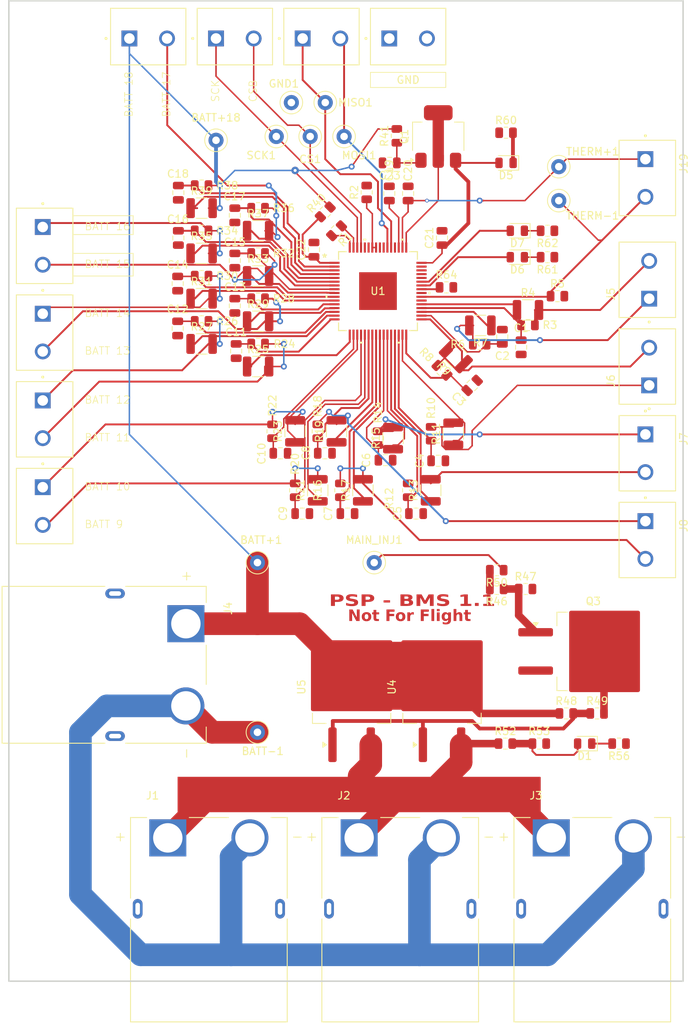
<source format=kicad_pcb>
(kicad_pcb (version 20241229) (generator "pcbnew") (generator_version "9.0")
  (layers (0 "F.Cu" signal) (2 "B.Cu" signal) (13 "F.Paste" user) (15 "B.Paste" user) (5 "F.SilkS" user "F.Silkscreen") (7 "B.SilkS" user "B.Silkscreen") (1 "F.Mask" user) (3 "B.Mask" user) (25 "Edge.Cuts" user))
  (net 0 "")
  (net 1 "GND")
  (net 2 "/C1")
  (net 3 "/C2")
  (net 4 "/C3")
  (net 5 "/C4")
  (net 6 "/C5")
  (net 7 "/C6")
  (net 8 "/C7")
  (net 9 "/C8")
  (net 10 "/C9")
  (net 11 "/C10")
  (net 12 "/C11")
  (net 13 "/C12")
  (net 14 "/C13")
  (net 15 "/C14")
  (net 16 "/C15")
  (net 17 "/C16")
  (net 18 "/C17")
  (net 19 "/C18")
  (net 20 "Net-(U1-VREF1)")
  (net 21 "/VREG")
  (net 22 "Net-(U1-V+)")
  (net 23 "Net-(Q1-C)")
  (net 24 "/CSB")
  (net 25 "Net-(MAIN_INJ1-Pad1)")
  (net 26 "/MISO")
  (net 27 "/MOSI")
  (net 28 "/DRIVE")
  (net 29 "/IPB")
  (net 30 "/IMB")
  (net 31 "Net-(U1-IBIAS)")
  (net 32 "/S1")
  (net 33 "/S2")
  (net 34 "/S3")
  (net 35 "/S4")
  (net 36 "/S5")
  (net 37 "/S6")
  (net 38 "/S7")
  (net 39 "/S8")
  (net 40 "/S9")
  (net 41 "/S10")
  (net 42 "/S11")
  (net 43 "/S12")
  (net 44 "/S13")
  (net 45 "/S14")
  (net 46 "/S15")
  (net 47 "/S16")
  (net 48 "/S17")
  (net 49 "/BATT+")
  (net 50 "/S18")
  (net 51 "/SCK")
  (net 52 "/LED_2")
  (net 54 "/MAIN_1")
  (net 56 "/LED_1")
  (net 60 "/PRE_1")
  (net 63 "Net-(Q3-G)")
  (net 64 "Net-(Q3-D)")
  (net 65 "Net-(D6-K)")
  (net 66 "Net-(D7-K)")
  (net 67 "Net-(R46-Pad2)")
  (net 68 "Net-(U4-G)")
  (net 69 "Net-(D1-A)")
  (net 70 "Net-(D1-K)")
  (net 71 "Net-(D5-K)")
  (net 72 "/BATT-")
  (net 73 "/ESC+")
  (net 74 "/BATT+1")
  (net 75 "/BATT+2")
  (net 76 "/BATT+3")
  (net 77 "/BATT+4")
  (net 78 "/BATT+5")
  (net 79 "/BATT+6")
  (net 80 "/BATT+7")
  (net 81 "/BATT+8")
  (net 82 "/BATT+9")
  (net 83 "/BATT+10")
  (net 84 "/BATT+11")
  (net 85 "/BATT+12")
  (net 86 "/BATT+13")
  (net 87 "/BATT+14")
  (net 88 "/BATT+15")
  (net 89 "/BATT+16")
  (net 90 "/BATT+17")
  (net 91 "Net-(J19-Pin_1)")
  (net 92 "Net-(J19-Pin_2)")
  (footprint "Resistor_SMD:R_0805_2012Metric" (layer "F.Cu") (at 94 115 -90)
    (property "Reference" "R14")
    (property "Value" "100")
  )
  (footprint "TestPoint:TestPoint_Loop_D1.80mm_Drill1.0mm_Beaded" (layer "F.Cu") (at 93.5 131.5)
    (property "Reference" "MAIN_INJ1")
    (property "Value" "Injection Pad")
  )
  (footprint "Capacitor_SMD:C_0805_2012Metric" (layer "F.Cu") (at 86.95 117)
    (property "Reference" "C8")
    (property "Value" "100nF")
  )
  (footprint "Resistor_SMD:R_0805_2012Metric" (layer "F.Cu") (at 78.0875 90.5 180)
    (property "Reference" "R32")
    (property "Value" "100")
  )
  (footprint "TestPoint:TestPoint_Loop_D1.80mm_Drill1.0mm_Beaded" (layer "F.Cu") (at 87 70.5)
    (property "Reference" "MISO1")
    (property "Value" "Pad")
  )
  (footprint "Resistor_SMD:R_1210_3225Metric" (layer "F.Cu") (at 113.9125 98)
    (property "Reference" "R4")
    (property "Value" "33")
  )
  (footprint "Resistor_SMD:R_0805_2012Metric" (layer "F.Cu") (at 113.5875 135)
    (property "Reference" "R47")
    (property "Value" "10000")
  )
  (footprint "Resistor_SMD:R_0805_2012Metric" (layer "F.Cu") (at 98 121.9125 -90)
    (property "Reference" "R12")
    (property "Value" "100")
  )
  (footprint "Resistor_SMD:R_0805_2012Metric" (layer "F.Cu") (at 88.5 87.5 -135)
    (property "Reference" "R1")
    (property "Value" "100")
  )
  (footprint "Resistor_SMD:R_1210_3225Metric" (layer "F.Cu") (at 78.0875 87.5)
    (property "Reference" "R37")
    (property "Value" "33")
  )
  (footprint "Resistor_SMD:R_0805_2012Metric" (layer "F.Cu") (at 110.9125 155.5)
    (property "Reference" "R52")
    (property "Value" "10K")
  )
  (footprint "Capacitor_SMD:C_0805_2012Metric" (layer "F.Cu") (at 89.95 125)
    (property "Reference" "C7")
    (property "Value" "100nF")
  )
  (footprint "Resistor_SMD:R_0805_2012Metric" (layer "F.Cu") (at 115.4125 155.5)
    (property "Reference" "R53")
    (property "Value" "2400")
  )
  (footprint "TestPoint:TestPoint_Loop_D1.80mm_Drill1.0mm_Beaded" (layer "F.Cu") (at 80.5 75)
    (property "Reference" "SCK1")
    (property "Value" "Pad")
  )
  (footprint "Resistor_SMD:R_0805_2012Metric" (layer "F.Cu") (at 96.5 74.9125 90)
    (property "Reference" "R41")
    (property "Value" "100")
  )
  (footprint "Capacitor_SMD:C_0805_2012Metric" (layer "F.Cu") (at 102.5 88.45 90)
    (property "Reference" "C21")
    (property "Value" "1uF")
  )
  (footprint "Resistor_SMD:R_0805_2012Metric" (layer "F.Cu") (at 87 85 45)
    (property "Reference" "R40")
    (property "Value" "100")
  )
  (footprint "Resistor_SMD:R_1210_3225Metric" (layer "F.Cu") (at 78.0875 105.5)
    (property "Reference" "R25")
    (property "Value" "33")
  )
  (footprint "KF301-2P:HANDSON_KF301-2P" (layer "F.Cu") (at 49.5 89.5 -90)
    (property "Reference" "J12" (hide yes))
    (property "Value" "Screw_Terminal_01x02")
  )
  (footprint "Resistor_SMD:R_0805_2012Metric" (layer "F.Cu") (at 102.5 106 -45)
    (property "Reference" "R8")
    (property "Value" "100")
  )
  (footprint "Resistor_SMD:R_1210_3225Metric" (layer "F.Cu") (at 101 121.9125 90)
    (property "Reference" "R13")
    (property "Value" "33")
  )
  (footprint "TestPoint:TestPoint_Loop_D1.80mm_Drill1.0mm_Beaded" (layer "F.Cu") (at 118 79)
    (property "Reference" "THERM+1")
    (property "Value" "Pad")
  )
  (footprint "TestPoint:TestPoint_Loop_D1.80mm_Drill1.0mm_Beaded" (layer "F.Cu") (at 85 75)
    (property "Reference" "CS1")
    (property "Value" "Pad")
  )
  (footprint "Resistor_SMD:R_0805_2012Metric" (layer "F.Cu") (at 113.9125 100 180)
    (property "Reference" "R3")
    (property "Value" "100")
  )
  (footprint "Capacitor_SMD:C_0805_2012Metric" (layer "F.Cu") (at 106.5 108 45)
    (property "Reference" "C3")
    (property "Value" "100nF")
  )
  (footprint "Resistor_SMD:R_1210_3225Metric" (layer "F.Cu") (at 86 121.9125 90)
    (property "Reference" "R21")
    (property "Value" "33")
  )
  (footprint "Capacitor_SMD:C_0805_2012Metric" (layer "F.Cu") (at 67.5 88.45 -90)
    (property "Reference" "C16")
    (property "Value" "100nF")
  )
  (footprint "Capacitor_SMD:C_0805_2012Metric" (layer "F.Cu") (at 75 97.45 -90)
    (property "Reference" "C13")
    (property "Value" "100nF")
  )
  (footprint "XT90PW-M(1):AMASS_XT90PW-M" (layer "F.Cu") (at 96.95 177.4)
    (property "Reference" "J2")
    (property "Value" "XT90PW-M")
  )
  (footprint "Resistor_SMD:R_0805_2012Metric" (layer "F.Cu") (at 78.0875 84.5 180)
    (property "Reference" "R36")
    (property "Value" "100")
  )
  (footprint "Resistor_SMD:R_0805_2012Metric" (layer "F.Cu") (at 109.7625 135 180)
    (property "Reference" "R46")
    (property "Value" "100")
  )
  (footprint "Capacitor_SMD:C_0805_2012Metric" (layer "F.Cu") (at 99.05 125)
    (property "Reference" "C5")
    (property "Value" "100nF")
  )
  (footprint "Capacitor_SMD:C_0805_2012Metric" (layer "F.Cu") (at 85.5 90 90)
    (property "Reference" "C22")
    (property "Value" "100nF")
  )
  (footprint "Capacitor_SMD:C_0805_2012Metric" (layer "F.Cu") (at 81.05 117)
    (property "Reference" "C10")
    (property "Value" "100nF")
  )
  (footprint "Resistor_SMD:R_0805_2012Metric" (layer "F.Cu") (at 119 151.5)
    (property "Reference" "R48")
    (property "Value" "1K")
  )
  (footprint "TestPoint:TestPoint_Loop_D1.80mm_Drill1.0mm_Beaded" (layer "F.Cu") (at 89.5 75)
    (property "Reference" "MOSI1")
    (property "Value" "Pad")
  )
  (footprint "Resistor_SMD:R_0805_2012Metric" (layer "F.Cu") (at 78.0875 102.5 180)
    (property "Reference" "R24")
    (property "Value" "100")
  )
  (footprint "Capacitor_SMD:C_0805_2012Metric" (layer "F.Cu") (at 95.550001 78.5 180)
    (property "Reference" "C23")
    (property "Value" "10nF")
  )
  (footprint "Resistor_SMD:R_0805_2012Metric" (layer "F.Cu") (at 101.05 114.4125 -90)
    (property "Reference" "R10")
    (property "Value" "100")
  )
  (footprint "Resistor_SMD:R_0805_2012Metric" (layer "F.Cu") (at 89 121.9125 -90)
    (property "Reference" "R16")
    (property "Value" "100")
  )
  (footprint "KF301-2P:HANDSON_KF301-2P" (layer "F.Cu") (at 98 62)
    (property "Reference" "J18" (hide yes))
    (property "Value" "GND")
  )
  (footprint "KF301-2P:HANDSON_KF301-2P" (layer "F.Cu") (at 49.5 101 -90)
    (property "Reference" "J11" (hide yes))
    (property "Value" "Screw_Terminal_01x02")
  )
  (footprint "KF301-2P:HANDSON_KF301-2P" (layer "F.Cu") (at 86.5 62)
    (property "Reference" "J14" (hide yes))
    (property "Value" "SIG1")
  )
  (footprint "Resistor_SMD:R_0805_2012Metric" (layer "F.Cu") (at 70.5875 93.5 180)
    (property "Reference" "R30")
    (property "Value" "100")
  )
  (footprint "Resistor_SMD:R_0805_2012Metric" (layer "F.Cu") (at 116.5 87.5 180)
    (property "Reference" "R62")
    (property "Value" "100")
  )
  (footprint "KF301-2P:HANDSON_KF301-2P" (layer "F.Cu") (at 63.5 62)
    (property "Reference" "J13" (hide yes))
    (property "Value" "Screw_Terminal_01x02")
  )
  (footprint "Resistor_SMD:R_0805_2012Metric" (layer "F.Cu") (at 126 155.5 180)
    (property "Reference" "R56")
    (property "Value" "100")
  )
  (footprint "LED_SMD:LED_0805_2012Metric" (layer "F.Cu") (at 111 78.5 180)
    (property "Reference" "D5")
    (property "Value" "ON")
  )
  (footprint "Resistor_SMD:R_1210_3225Metric" (layer "F.Cu") (at 92 121.9125 90)
    (property "Reference" "R17")
    (property "Value" "33")
  )
  (footprint "Resistor_SMD:R_0805_2012Metric" (layer "F.Cu") (at 86 114.0875 -90)
    (property "Reference" "R18")
    (property "Value" "100")
  )
  (footprint "Capacitor_SMD:C_0805_2012Metric" (layer "F.Cu") (at 67.4125 94.5 -90)
    (property "Reference" "C14")
    (property "Value" "100nF")
  )
  (footprint "TestPoint:TestPoint_Loop_D1.80mm_Drill1.0mm_Beaded" (layer "F.Cu") (at 82.5 70.5)
    (property "Reference" "GND1")
    (property "Value" "Pad")
  )
  (footprint "Resistor_SMD:R_0805_2012Metric" (layer "F.Cu") (at 123.0875 151.5)
    (property "Reference" "R49")
    (property "Value" "3K")
  )
  (footprint "Capacitor_SMD:C_0805_2012Metric" (layer "F.Cu") (at 67.5 82.45 -90)
    (property "Reference" "C18")
    (property "Value" "100nF")
  )
  (footprint "Resistor_SMD:R_1210_3225Metric" (layer "F.Cu") (at 70.5875 96.5)
    (property "Reference" "R31")
    (property "Value" "33")
  )
  (footprint "Resistor_SMD:R_1210_3225Metric" (layer "F.Cu") (at 78.0875 99.5)
    (property "Reference" "R29")
    (property "Value" "33")
  )
  (footprint "Capacitor_SMD:C_0805_2012Metric" (layer "F.Cu") (at 75 91.45 -90)
    (property "Reference" "C15")
    (property "Value" "100nF")
  )
  (footprint "KF301-2P:HANDSON_KF301-2P" (layer "F.Cu") (at 130 94 90)
    (property "Reference" "J5")
    (property "Value" "Screw_Terminal_01x02")
  )
  (footprint "Resistor_SMD:R_0805_2012Metric" (layer "F.Cu") (at 109.7625 132.5 180)
    (property "Reference" "R50")
    (property "Value" "0")
  )
  (footprint "KF301-2P:HANDSON_KF301-2P" (layer "F.Cu") (at 129.5 128.5 -90)
    (property "Reference" "J8")
    (property "Value" "Screw_Terminal_01x02")
  )
  (footprint "KF301-2P:HANDSON_KF301-2P" (layer "F.Cu") (at 129.5 80.5 -90)
    (property "Reference" "J19")
    (property "Value" "THERM")
  )
  (footprint "Resistor_SMD:R_0805_2012Metric" (layer "F.Cu") (at 107.5 102.55)
    (property "Reference" "R6")
    (property "Value" "100")
  )
  (footprint "Resistor_SMD:R_0805_2012Metric" (layer "F.Cu") (at 83 121.9125 -90)
    (property "Reference" "R20")
    (property "Value" "100")
  )
  (footprint "Resistor_SMD:R_0805_2012Metric" (layer "F.Cu") (at 78.0875 96.5 180)
    (property "Reference" "R28")
    (property "Value" "100")
  )
  (footprint "Resistor_SMD:R_0805_2012Metric" (layer "F.Cu") (at 117.822725 96.169837)
    (property "Reference" "R5")
    (property "Value" "10000")
  )
  (footprint "LED_SMD:LED_0805_2012Metric" (layer "F.Cu") (at 121.437501 155.5 180)
    (property "Reference" "D1")
    (property "Value" "MAIN_OPEN")
  )
  (footprint "Resistor_SMD:R_1210_3225Metric" (layer "F.Cu") (at 70.5875 90.5)
    (property "Reference" "R35")
    (property "Value" "33")
  )
  (footprint "Resistor_SMD:R_1210_3225Metric" (layer "F.Cu") (at 88.5 114.0875 90)
    (property "Reference" "R19")
    (property "Value" "33")
  )
  (footprint "Capacitor_SMD:C_0805_2012Metric" (layer "F.Cu") (at 95.5 82.55 90)
    (property "Reference" "C19")
    (property "Value" "1uF")
  )
  (footprint "KF301-2P:HANDSON_KF301-2P" (layer "F.Cu") (at 49.5 124 -90)
    (property "Reference" "J9" (hide yes))
    (property "Value" "Screw_Terminal_01x02")
  )
  (footprint "Resistor_SMD:R_1210_3225Metric" (layer "F.Cu") (at 83 114.0875 90)
    (property "Reference" "R23")
    (property "Value" "33")
  )
  (footprint "TestPoint:TestPoint_Loop_D1.80mm_Drill1.0mm_Beaded" (layer "F.Cu") (at 78 131.5)
    (property "Reference" "BATT+1")
    (property "Value" "TEST PAD")
  )
  (footprint "Resistor_SMD:R_0805_2012Metric" (layer "F.Cu") (at 80 114.0875 -90)
    (property "Reference" "R22")
    (property "Value" "100")
  )
  (footprint "Resistor_SMD:R_1210_3225Metric" (layer "F.Cu") (at 104 114.4125 90)
    (property "Reference" "R11")
    (property "Value" "33")
  )
  (footprint "Package_TO_SOT_SMD:TO-263-2" (layer "F.Cu") (at 102.5 148 90)
    (property "Reference" "U4")
    (property "Value" "SQM120P10_10M1LGE3")
  )
  (footprint "Resistor_SMD:R_1210_3225Metric" (layer "F.Cu") (at 78.0875 93.5)
    (property "Reference" "R33")
    (property "Value" "33")
  )
  (footprint "XT90PW-M(1):AMASS_XT90PW-M" (layer "F.Cu") (at 71.55 177.4)
    (property "Reference" "J1")
    (property "Value" "XT90PW-M")
  )
  (footprint "Package_TO_SOT_SMD:TO-263-2" (layer "F.Cu") (at 90.5 148 90)
    (property "Reference" "U5")
    (property "Value" "SQM120P10_10M1LGE3")
  )
  (footprint "Resistor_SMD:R_1210_3225Metric" (layer "F.Cu") (at 96 115 90)
    (property "Reference" "R15")
    (property "Value" "33")
  )
  (footprint "TestPoint:TestPoint_Loop_D1.80mm_Drill1.0mm_Beaded" (layer "F.Cu") (at 118 83.5)
    (property "Reference" "THERM-1")
    (property "Value" "Pad")
  )
  (footprint "KF301-2P:HANDSON_KF301-2P" (layer "F.Cu") (at 75 62)
    (property "Reference" "J17" (hide yes))
    (property "Value" "SIG2")
  )
  (footprint "Resistor_SMD:R_0805_2012Metric" (layer "F.Cu") (at 92.5 82.4125 90)
    (property "Reference" "R2")
    (property "Value" "20000")
  )
  (footprint "KF301-2P:HANDSON_KF301-2P" (layer "F.Cu") (at 49.5 112.5 -90)
    (property "Reference" "J10" (hide yes))
    (property "Value" "Screw_Terminal_01x02")
  )
  (footprint "Resistor_SMD:R_0805_2012Metric" (layer "F.Cu") (at 116.5 91 180)
    (property "Reference" "R61")
    (property "Value" "100")
  )
  (footprint "TestPoint:TestPoint_Loop_D1.80mm_Drill1.0mm_Beaded" (layer "F.Cu") (at 72.5 75.5 180)
    (property "Reference" "BATT+18")
    (property "Value" "Pad" (hide yes))
  )
  (footprint "XT90PW-M(1):AMASS_XT90PW-M" (layer "F.Cu") (at 122.45 177.4)
    (property "Reference" "J3")
    (property "Value" "XT90PW-M")
  )
  (footprint "Capacitor_SMD:C_0805_2012Metric" (layer "F.Cu") (at 95 117.9125)
    (property "Reference" "C6")
    (property "Value" "100nF")
  )
  (footprint "LED_SMD:LED_0805_2012Metric" (layer "F.Cu") (at 112.5 87.5 180)
    (property "Reference" "D7")
    (property "Value" "GPIO LED")
  )
  (footprint "Capacitor_SMD:C_0805_2012Metric" (layer "F.Cu") (at 110.5 101.55 90)
    (property "Reference" "C2")
    (property "Value" "100nF")
  )
  (footprint "Resistor_SMD:R_1210_3225Metric" (layer "F.Cu") (at 70.5875 84.5)
    (property "Reference" "R39")
    (property "Value" "33")
  )
  (footprint "Capacitor_SMD:C_0805_2012Metric" (layer "F.Cu") (at 75 85.45 -90)
    (property "Reference" "C17")
    (property "Value" "100nF")
  )
  (footprint "Capacitor_SMD:C_0805_2012Metric" (layer "F.Cu") (at 75.175 103.45 -90)
    (property "Reference" "C11")
    (property "Value" "100nF")
  )
  (footprint "KF301-2P:HANDSON_KF301-2P" (layer "F.Cu") (at 129.5 117 -90)
    (property "Reference" "J7")
    (property "Value" "Screw_Terminal_01x02")
  )
  (footprint "footprints:SW-64-2_ADI" (layer "F.Cu") (at 94 95.5)
    (property "Reference" "U1")
    (property "Value" "ADBMS1818ASWZ")
  )
  (footprint "Resistor_SMD:R_0805_2012Metric" (layer "F.Cu") (at 111 74.5)
    (property "Reference" "R60")
    (property "Value" "100")
  )
  (footprint "Capacitor_SMD:C_0805_2012Metric" (layer "F.Cu") (at 102 118)
    (property "Reference" "C4")
    (property "Value" "100nF")
  )
  (footprint "KF301-2P:HANDSON_KF301-2P" (layer "F.Cu") (at 130 105.5 90)
    (property "Reference" "J6")
    (property "Value" "Screw_Terminal_01x02")
  )
  (footprint "Resistor_SMD:R_0805_2012Metric" (layer "F.Cu") (at 70.5875 99.5 180)
    (property "Reference" "R26")
    (property "Value" "100")
  )
  (footprint "Capacitor_SMD:C_0805_2012Metric" (layer "F.Cu") (at 83.95 125)
    (property "Reference" "C9")
    (property "Value" "100nF")
  )
  (footprint "Capacitor_SMD:C_0805_2012Metric" (layer "F.Cu") (at 98 82.55 90)
    (property "Reference" "C20")
    (property "Value" "1uF")
  )
  (footprint "LED_SMD:LED_0805_2012Metric" (layer "F.Cu") (at 112.5 91 180)
    (property "Reference" "D6")
    (property "Value" "GPIO LED")
  )
  (footprint "Resistor_SMD:R_0805_2012Metric" (layer "F.Cu") (at 70.5875 87.5 180)
    (property "Reference" "R34")
    (property "Value" "100")
  )
  (footprint "TestPoint:TestPoint_Loop_D1.80mm_Drill1.0mm_Beaded" (layer "F.Cu") (at 78 154)
    (property "Reference" "BATT-1")
    (property "Value" "TEST PAD")
  )
  (footprint "Capacitor_SMD:C_0805_2012Metric" (layer "F.Cu") (at 113 102.949999 -90)
    (property "Reference" "C1")
    (property "Value" "100nF")
  )
  (footprint "Resistor_SMD:R_1210_3225Metric" (layer "F.Cu") (at 104.337157 104.151367 135)
    (property "Reference" "R9")
    (property "Value" "33")
  )
  (footprint "Capacitor_SMD:C_0805_2012Metric" (layer "F.Cu") (at 67.4125 100.45 -90)
    (property "Reference" "C12")
    (property "Value" "100nF")
  )
  (footprint "Package_TO_SOT_SMD:SOT-223-3_TabPin2" (layer "F.Cu") (at 102 75 90)
    (property "Reference" "Q1")
    (property "Value" "NPN")
  )
  (footprint "Package_TO_SOT_SMD:TO-263-2" (layer "F.Cu") (at 122.575 143.275)
    (property "Reference" "Q3")
    (property "Value" "IPB031N08N5")
  )
  (footprint "Resistor_SMD:R_0805_2012Metric" (layer "F.Cu") (at 103.0875 95)
    (property "Reference" "R64")
    (property "Value" "0")
  )
  (footprint "Resistor_SMD:R_1210_3225Metric" (layer "F.Cu") (at 107.5875 100.05 180)
    (property "Reference" "R7")
    (property "Value" "33")
  )
  (footprint "Resistor_SMD:R_0805_2012Metric" (layer "F.Cu") (at 70.5875 81.5 180)
    (property "Reference" "R38")
    (property "Value" "100")
  )
  (footprint "Resistor_SMD:R_1210_3225Metric" (layer "F.Cu") (at 70.5875 102.5)
    (property "Reference" "R27")
    (property "Value" "33")
  )
  (footprint "XT90PW-M(1):AMASS_XT90PW-M" (layer "F.Cu") (at 59.1 145.05 -90)
    (property "Reference" "J4")
    (property "Value" "XT90PW-M")
  )
  (gr_rect (start 67.5 160) (end 115.5 164.5) (stroke (width 0.2)) (fill yes) (layers "F.Cu" "F.Mask") (net 73))
  (gr_line (start 103 68.5) (end 93 68.5) (stroke (width 0.1)) (layer "F.SilkS"))
  (gr_line (start 93 66.5) (end 103 66.5) (stroke (width 0.1)) (layer "F.SilkS"))
  (gr_line (start 61.5 90.5) (end 61.5 93.5) (stroke (width 0.1)) (layer "F.SilkS"))
  (gr_line (start 61.5 88) (end 61.5 85.5) (stroke (width 0.1)) (layer "F.SilkS"))
  (gr_line (start 61.5 85.5) (end 53.5 85.5) (stroke (width 0.1)) (layer "F.SilkS"))
  (gr_line (start 53.5 85.5) (end 53.5 88) (stroke (width 0.1)) (layer "F.SilkS"))
  (gr_line (start 53.5 88) (end 61.5 88) (stroke (width 0.1)) (layer "F.SilkS"))
  (gr_line (start 103 66.5) (end 103 68.5) (stroke (width 0.1)) (layer "F.SilkS"))
  (gr_line (start 53.5 90.5) (end 61.5 90.5) (stroke (width 0.1)) (layer "F.SilkS"))
  (gr_line (start 61.5 93.5) (end 53.5 93.5) (stroke (width 0.1)) (layer "F.SilkS"))
  (gr_line (start 93 68.5) (end 93 66.5) (stroke (width 0.1)) (layer "F.SilkS"))
  (gr_rect (start 45 57) (end 134.5 187) (stroke (width 0.2)) (fill no) (layer "Edge.Cuts"))
  (gr_text "PSP - BMS 1.1\n" (at 87.5 137.5 0) (layer "F.Cu") (effects (font (size 1.5 2) (thickness 0.3) (bold yes) (italic yes)) (justify left bottom)))
  (gr_text "Not For Flight" (at 90 139.5 0) (layer "F.Cu") (effects (font (size 1.5 1.5) (thickness 0.3) (bold yes)) (justify left bottom)))
  (gr_text "BATT 9" (at 55 127 0) (layer "F.SilkS") (effects (font (size 1 1) (thickness 0.1)) (justify left bottom)))
  (gr_text "BATT 11" (at 55 115.5 0) (layer "F.SilkS") (effects (font (size 1 1) (thickness 0.1)) (justify left bottom)))
  (gr_text "BATT 12" (at 55 110.5 0) (layer "F.SilkS") (effects (font (size 1 1) (thickness 0.1)) (justify left bottom)))
  (gr_text "BATT 17" (at 66.5 72.5 90) (layer "F.SilkS") (effects (font (size 1 1) (thickness 0.1)) (justify left bottom)))
  (gr_text "BATT 15" (at 55 92.5 0) (layer "F.SilkS") (effects (font (size 1 1) (thickness 0.1)) (justify left bottom)))
  (gr_text "BATT 18" (at 61.5 72.5 90) (layer "F.SilkS") (effects (font (size 1 1) (thickness 0.1)) (justify left bottom)))
  (gr_text "BATT 10" (at 55 122 0) (layer "F.SilkS") (effects (font (size 1 1) (thickness 0.1)) (justify left bottom)))
  (gr_text "GND" (at 98 67.5 0) (layer "F.SilkS") (effects (font (size 1 1))))
  (gr_text "BATT 14" (at 55 99 0) (layer "F.SilkS") (effects (font (size 1 1) (thickness 0.1)) (justify left bottom)))
  (gr_text "SCK" (at 73 70.5 90) (layer "F.SilkS") (effects (font (size 1 1) (thickness 0.1)) (justify left bottom)))
  (gr_text "CSB\n" (at 78 70.5 90) (layer "F.SilkS") (effects (font (size 1 1) (thickness 0.1)) (justify left bottom)))
  (gr_text "BATT 16" (at 55 87.5 0) (layer "F.SilkS") (effects (font (size 1 1) (thickness 0.1)) (justify left bottom)))
  (gr_text "BATT 13" (at 55 104 0) (layer "F.SilkS") (effects (font (size 1 1) (thickness 0.1)) (justify left bottom)))
  (segment (start 113 100) (end 110.750001 97.750001) (width 0.25) (layer "F.Cu") (net 2))
  (segment (start 113 102) (end 113 100) (width 0.2) (layer "F.Cu") (net 2))
  (segment (start 110.750001 97.750001) (end 99.7785 97.750001) (width 0.25) (layer "F.Cu") (net 2))
  (segment (start 101.037685 98.750001) (end 99.7785 98.750001) (width 0.2) (layer "F.Cu") (net 3))
  (segment (start 108.4625 102.5) (end 108.4125 102.55) (width 0.2) (layer "F.Cu") (net 3))
  (segment (start 108.4125 102.55) (end 107.4115 103.551) (width 0.2) (layer "F.Cu") (net 3))
  (segment (start 105.838684 103.551) (end 101.037685 98.750001) (width 0.2) (layer "F.Cu") (net 3))
  (segment (start 107.4115 103.551) (end 105.838684 103.551) (width 0.2) (layer "F.Cu") (net 3))
  (segment (start 110.5 102.5) (end 108.4625 102.5) (width 0.2) (layer "F.Cu") (net 3))
  (segment (start 102.558237 107) (end 102.913002 106.645235) (width 0.25) (layer "F.Cu") (net 4))
  (segment (start 105.636217 108.671751) (end 103.609701 106.645235) (width 0.2) (layer "F.Cu") (net 4))
  (segment (start 103.609701 106.645235) (end 103.145235 106.645235) (width 0.2) (layer "F.Cu") (net 4))
  (segment (start 105.828249 108.671751) (end 105.636217 108.671751) (width 0.2) (layer "F.Cu") (net 4))
  (segment (start 97.75 101.2785) (end 97.75 103.75) (width 0.25) (layer "F.Cu") (net 4))
  (segment (start 97.75 103.75) (end 101 107) (width 0.25) (layer "F.Cu") (net 4))
  (segment (start 101 107) (end 102.558237 107) (width 0.25) (layer "F.Cu") (net 4))
  (segment (start 102.913002 106.645235) (end 103.145235 106.645235) (width 0.25) (layer "F.Cu") (net 4))
  (segment (start 101.05 115.325) (end 101.05 115.27438) (width 0.25) (layer "F.Cu") (net 5))
  (segment (start 96.75 110.97438) (end 96.75 101.2785) (width 0.25) (layer "F.Cu") (net 5))
  (segment (start 101.05 118) (end 101.05 115.325) (width 0.2) (layer "F.Cu") (net 5))
  (segment (start 101.05 115.27438) (end 96.75 110.97438) (width 0.25) (layer "F.Cu") (net 5))
  (segment (start 98 122.825) (end 98 124.9) (width 0.2) (layer "F.Cu") (net 6))
  (segment (start 97.5 122.825) (end 98.473826 122.825) (width 0.25) (layer "F.Cu") (net 6))
  (segment (start 99.212923 122.085903) (end 99.212923 114.712923) (width 0.25) (layer "F.Cu") (net 6))
  (segment (start 99.212923 114.712923) (end 95.749999 111.249999) (width 0.25) (layer "F.Cu") (net 6))
  (segment (start 98.473826 122.825) (end 99.212923 122.085903) (width 0.25) (layer "F.Cu") (net 6))
  (segment (start 98 124.9) (end 98.1 125) (width 0.2) (layer "F.Cu") (net 6))
  (segment (start 95.749999 111.249999) (end 95.749999 101.2785) (width 0.25) (layer "F.Cu") (net 6))
  (segment (start 92.5 115) (end 92.5 113.604397) (width 0.2) (layer "F.Cu") (net 7))
  (segment (start 92.5 113.604397) (end 94.750001 111.354396) (width 0.2) (layer "F.Cu") (net 7))
  (segment (start 94.750001 111.354396) (end 94.750001 101.2785) (width 0.2) (layer "F.Cu") (net 7))
  (segment (start 94 115.9125) (end 93.4125 115.9125) (width 0.2) (layer "F.Cu") (net 7))
  (segment (start 94.05 117.9125) (end 94.05 115.9625) (width 0.2) (layer "F.Cu") (net 7))
  (segment (start 94.05 115.55) (end 94 115.6) (width 0.2) (layer "F.Cu") (net 7))
  (segment (start 94 115.6) (end 94 115.9125) (width 0.2) (layer "F.Cu") (net 7))
  (segment (start 93.4125 115.9125) (end 92.5 115) (width 0.2) (layer "F.Cu") (net 7))
  (segment (start 90.227177 114.135013) (end 93.75 110.61219) (width 0.25) (layer "F.Cu") (net 8))
  (segment (start 89 122.825) (end 89 125) (width 0.25) (layer "F.Cu") (net 8))
  (segment (start 93.75 110.61219) (end 93.75 101.2785) (width 0.25) (layer "F.Cu") (net 8))
  (segment (start 89 122.825) (end 90.227177 121.597823) (width 0.25) (layer "F.Cu") (net 8))
  (segment (start 90.227177 121.597823) (end 90.227177 114.135013) (width 0.25) (layer "F.Cu") (net 8))
  (segment (start 87.026 113.974) (end 87.026 113.114986) (width 0.25) (layer "F.Cu") (net 9))
  (segment (start 86 115) (end 87.026 113.974) (width 0.25) (layer "F.Cu") (net 9))
  (segment (start 92.75 109.75) (end 92.75 101.2785) (width 0.25) (layer "F.Cu") (net 9))
  (segment (start 91.5 111) (end 92.75 109.75) (width 0.25) (layer "F.Cu") (net 9))
  (segment (start 87.026 113.114986) (end 89.140986 111) (width 0.25) (layer "F.Cu") (net 9))
  (segment (start 89.140986 111) (end 91.5 111) (width 0.25) (layer "F.Cu") (net 9))
  (segment (start 86 117) (end 86 115) (width 0.2) (layer "F.Cu") (net 9))
  (segment (start 84.289721 121.535279) (end 84.289721 112.643179) (width 0.2) (layer "F.Cu") (net 10))
  (segment (start 83 122.825) (end 83 125) (width 0.2) (layer "F.Cu") (net 10))
  (segment (start 83 122.825) (end 84.289721 121.535279) (width 0.2) (layer "F.Cu") (net 10))
  (segment (start 83 122.825) (end 83.175 122.825) (width 0.2) (layer "F.Cu") (net 10))
  (segment (start 86.9329 110) (end 91 110) (width 0.2) (layer "F.Cu") (net 10))
  (segment (start 91 110) (end 91.749999 109.250001) (width 0.2) (layer "F.Cu") (net 10))
  (segment (start 91.749999 109.250001) (end 91.749999 101.2785) (width 0.2) (layer "F.Cu") (net 10))
  (segment (start 84.289721 112.643179) (end 86.9329 110) (width 0.2) (layer "F.Cu") (net 10))
  (segment (start 81.5 113.5) (end 81.5 112.4329) (width 0.2) (layer "F.Cu") (net 11))
  (segment (start 80.1 115.1) (end 80 115) (width 0.2) (layer "F.Cu") (net 11))
  (segment (start 90.749999 103.182901) (end 90.749999 101.2785) (width 0.2) (layer "F.Cu") (net 11))
  (segment (start 80 115) (end 81.5 113.5) (width 0.2) (layer "F.Cu") (net 11))
  (segment (start 80.1 117) (end 80.1 115.1) (width 0.2) (layer "F.Cu") (net 11))
  (segment (start 81.5 112.4329) (end 90.749999 103.182901) (width 0.2) (layer "F.Cu") (net 11))
  (segment (start 77.175 102.5) (end 78.201 103.526) (width 0.25) (layer "F.Cu") (net 12))
  (segment (start 87.75 99.25) (end 88.2215 99.25) (width 0.25) (layer "F.Cu") (net 12))
  (segment (start 75.175 102.5) (end 77.175 102.5) (width 0.2) (layer "F.Cu") (net 12))
  (segment (start 78.201 103.526) (end 83.474 103.526) (width 0.25) (layer "F.Cu") (net 12))
  (segment (start 83.474 103.526) (end 87.75 99.25) (width 0.25) (layer "F.Cu") (net 12))
  (segment (start 67.4125 99.5) (end 69.675 99.5) (width 0.2) (layer "F.Cu") (net 13))
  (segment (start 84.36219 101) (end 87.11219 98.25) (width 0.25) (layer "F.Cu") (net 13))
  (segment (start 87.11219 98.25) (end 88.2215 98.25) (width 0.25) (layer "F.Cu") (net 13))
  (segment (start 71.175 101) (end 84.36219 101) (width 0.25) (layer "F.Cu") (net 13))
  (segment (start 69.675 99.5) (end 71.175 101) (width 0.25) (layer "F.Cu") (net 13))
  (segment (start 77.175 96.5) (end 78.607237 97.932237) (width 0.25) (layer "F.Cu") (net 14))
  (segment (start 75 96.5) (end 77.175 96.5) (width 0.2) (layer "F.Cu") (net 14))
  (segment (start 86.067763 97.932237) (end 86.750001 97.249999) (width 0.25) (layer "F.Cu") (net 14))
  (segment (start 78.607237 97.932237) (end 86.067763 97.932237) (width 0.25) (layer "F.Cu") (net 14))
  (segment (start 86.750001 97.249999) (end 88.2215 97.249999) (width 0.25) (layer "F.Cu") (net 14))
  (segment (start 71.175 95) (end 80.622037 95) (width 0.25) (layer "F.Cu") (net 15))
  (segment (start 69.675 93.5) (end 71.175 95) (width 0.25) (layer "F.Cu") (net 15))
  (segment (start 81.872038 96.250001) (end 88.2215 96.250001) (width 0.25) (layer "F.Cu") (net 15))
  (segment (start 67.4125 93.55) (end 69.625 93.55) (width 0.2) (layer "F.Cu") (net 15))
  (segment (start 69.625 93.55) (end 69.675 93.5) (width 0.2) (layer "F.Cu") (net 15))
  (segment (start 80.622037 95) (end 81.872038 96.250001) (width 0.25) (layer "F.Cu") (net 15))
  (segment (start 77.5 90.5) (end 77.175 90.5) (width 0.2) (layer "F.Cu") (net 16))
  (segment (start 88.2215 95.25) (end 82.25 95.25) (width 0.2) (layer "F.Cu") (net 16))
  (segment (start 77.175 90.5) (end 75 90.5) (width 0.25) (layer "F.Cu") (net 16))
  (segment (start 82.25 95.25) (end 77.5 90.5) (width 0.2) (layer "F.Cu") (net 16))
  (segment (start 83.25 94.25) (end 88.2215 94.25) (width 0.25) (layer "F.Cu") (net 17))
  (segment (start 79.671824 89) (end 81.568905 90.897081) (width 0.25) (layer "F.Cu") (net 17))
  (segment (start 81.568905 90.897081) (end 81.568905 92.568905) (width 0.25) (layer "F.Cu") (net 17))
  (segment (start 69.675 87.5) (end 67.5 87.5) (width 0.25) (layer "F.Cu") (net 17))
  (segment (start 69.675 87.5) (end 71.175 89) (width 0.25) (layer "F.Cu") (net 17))
  (segment (start 81.568905 92.568905) (end 83.25 94.25) (width 0.25) (layer "F.Cu") (net 17))
  (segment (start 71.175 89) (end 79.671824 89) (width 0.25) (layer "F.Cu") (net 17))
  (segment (start 77.175 84.5) (end 77.175 85.675) (width 0.25) (layer "F.Cu") (net 18))
  (segment (start 83.749999 93.249999) (end 88.2215 93.249999) (width 0.25) (layer "F.Cu") (net 18))
  (segment (start 82.5 92) (end 83.749999 93.249999) (width 0.25) (layer "F.Cu") (net 18))
  (segment (start 77.175 85.675) (end 77.5 86) (width 0.25) (layer "F.Cu") (net 18))
  (segment (start 79.5 86) (end 82.5 89) (width 0.25) (layer "F.Cu") (net 18))
  (segment (start 82.5 89) (end 82.5 92) (width 0.25) (layer "F.Cu") (net 18))
  (segment (start 77.175 84.5) (end 75 84.5) (width 0.25) (layer "F.Cu") (net 18))
  (segment (start 77.5 86) (end 79.5 86) (width 0.25) (layer "F.Cu") (net 18))
  (segment (start 70.701 82.526) (end 80.16381 82.526) (width 0.25) (layer "F.Cu") (net 19))
  (segment (start 83.5 88) (end 83.5 91.5) (width 0.25) (layer "F.Cu") (net 19))
  (segment (start 82 86.5) (end 83.5 88) (width 0.25) (layer "F.Cu") (net 19))
  (segment (start 84.249999 92.249999) (end 88.2215 92.249999) (width 0.25) (layer "F.Cu") (net 19))
  (segment (start 69.675 81.5) (end 67.5 81.5) (width 0.25) (layer "F.Cu") (net 19))
  (segment (start 82 84.36219) (end 82 86.5) (width 0.25) (layer "F.Cu") (net 19))
  (segment (start 83.5 91.5) (end 84.249999 92.249999) (width 0.25) (layer "F.Cu") (net 19))
  (segment (start 80.16381 82.526) (end 82 84.36219) (width 0.25) (layer "F.Cu") (net 19))
  (segment (start 69.675 81.5) (end 70.701 82.526) (width 0.25) (layer "F.Cu") (net 19))
  (segment (start 96.75 85.75) (end 96.75 89.7215) (width 0.2) (layer "F.Cu") (net 20))
  (segment (start 95.5 84.5) (end 96.75 85.75) (width 0.2) (layer "F.Cu") (net 20))
  (segment (start 95.5 83.5) (end 95.5 84.5) (width 0.2) (layer "F.Cu") (net 20))
  (segment (start 106 81) (end 106 86.5) (width 0.5) (layer "F.Cu") (net 21))
  (segment (start 102.5 90.5) (end 102.5 89.4) (width 0.2) (layer "F.Cu") (net 21))
  (segment (start 106 86.5) (end 103.1 89.4) (width 0.5) (layer "F.Cu") (net 21))
  (segment (start 104.3 79.3) (end 106 81) (width 0.5) (layer "F.Cu") (net 21))
  (segment (start 101.25 91.75) (end 102.5 90.5) (width 0.2) (layer "F.Cu") (net 21))
  (segment (start 99.7785 91.75) (end 101.25 91.75) (width 0.2) (layer "F.Cu") (net 21))
  (segment (start 104.65 78.5) (end 104.3 78.15) (width 0.25) (layer "F.Cu") (net 21))
  (segment (start 103.1 89.4) (end 102.5 89.4) (width 0.5) (layer "F.Cu") (net 21))
  (segment (start 104.3 78.15) (end 104.3 79.3) (width 0.5) (layer "F.Cu") (net 21))
  (segment (start 110.062499 78.5) (end 104.65 78.5) (width 0.25) (layer "F.Cu") (net 21))
  (segment (start 84 90.5) (end 84 88) (width 0.25) (layer "F.Cu") (net 22))
  (segment (start 85.5 90.949999) (end 84.449999 90.949999) (width 0.25) (layer "F.Cu") (net 22))
  (segment (start 84 88) (end 86.354765 85.645235) (width 0.25) (layer "F.Cu") (net 22))
  (segment (start 88.2215 91.75) (end 86.300001 91.75) (width 0.25) (layer "F.Cu") (net 22))
  (segment (start 84.449999 90.949999) (end 84 90.5) (width 0.25) (layer "F.Cu") (net 22))
  (segment (start 86.300001 91.75) (end 85.5 90.949999) (width 0.25) (layer "F.Cu") (net 22))
  (segment (start 99.35 78.5) (end 99.7 78.15) (width 0.2) (layer "F.Cu") (net 23))
  (segment (start 96.5 75.825) (end 96.5 78.5) (width 0.2) (layer "F.Cu") (net 23))
  (segment (start 96.5 78.5) (end 99.35 78.5) (width 0.2) (layer "F.Cu") (net 23))
  (segment (start 85 78.5) (end 85 75) (width 0.2) (layer "F.Cu") (net 24))
  (segment (start 85 75) (end 83.5 73.5) (width 0.2) (layer "F.Cu") (net 24))
  (segment (start 91.749999 89.7215) (end 91.749999 85.249999) (width 0.2) (layer "F.Cu") (net 24))
  (segment (start 91.749999 85.249999) (end 85 78.5) (width 0.2) (layer "F.Cu") (net 24))
  (segment (start 83.5 73.5) (end 82 73.5) (width 0.2) (layer "F.Cu") (net 24))
  (segment (start 77.5 69) (end 77.5 62) (width 0.2) (layer "F.Cu") (net 24))
  (segment (start 82 73.5) (end 77.5 69) (width 0.2) (layer "F.Cu") (net 24))
  (segment (start 108.675 130.5) (end 110.675 132.5) (width 0.25) (layer "F.Cu") (net 25))
  (segment (start 94.5 130.5) (end 108.675 130.5) (width 0.25) (layer "F.Cu") (net 25))
  (segment (start 93.5 131.5) (end 94.5 130.5) (width 0.25) (layer "F.Cu") (net 25))
  (segment (start 87 70.5) (end 87 78) (width 0.25) (layer "F.Cu") (net 26))
  (segment (start 94 81) (end 94 84.5) (width 0.25) (layer "F.Cu") (net 26))
  (segment (start 89 80) (end 93 80) (width 0.25) (layer "F.Cu") (net 26))
  (segment (start 87 78) (end 89 80) (width 0.25) (layer "F.Cu") (net 26))
  (segment (start 87 70.5) (end 84 67.5) (width 0.25) (layer "F.Cu") (net 26))
  (segment (start 95.749999 86.249999) (end 95.749999 89.7215) (width 0.25) (layer "F.Cu") (net 26))
  (segment (start 93 80) (end 94 81) (width 0.25) (layer "F.Cu") (net 26))
  (segment (start 84 67.5) (end 84 62) (width 0.25) (layer "F.Cu") (net 26))
  (segment (start 94 84.5) (end 95.749999 86.249999) (width 0.25) (layer "F.Cu") (net 26))
  (segment (start 89.5 62.5) (end 89 62) (width 0.25) (layer "F.Cu") (net 27))
  (segment (start 95.25 87.25) (end 95.25 89.7215) (width 0.25) (layer "F.Cu") (net 27))
  (segment (start 89.5 75) (end 89.5 62.5) (width 0.25) (layer "F.Cu") (net 27))
  (segment (start 94.5 86.5) (end 95.25 87.25) (width 0.25) (layer "F.Cu") (net 27))
  (via (at 94.5 86.5) (size 0.8) (drill 0.4) (layers "F.Cu" "B.Cu") (net 27))
  (segment (start 89.5 75) (end 94.5 80) (width 0.25) (layer "B.Cu") (net 27))
  (segment (start 94.5 80) (end 94.5 86.5) (width 0.25) (layer "B.Cu") (net 27))
  (segment (start 97.75 87.75) (end 102 83.5) (width 0.2) (layer "F.Cu") (net 28))
  (segment (start 97.75 89.7215) (end 97.75 87.75) (width 0.2) (layer "F.Cu") (net 28))
  (segment (start 102 78.15) (end 102 71.85) (width 1.5) (layer "F.Cu") (net 28))
  (segment (start 102 83.5) (end 102 78.15) (width 0.2) (layer "F.Cu") (net 28))
  (segment (start 90.25 88.75) (end 89.645235 88.145235) (width 0.2) (layer "F.Cu") (net 29))
  (segment (start 89.645235 88.145235) (end 87.854765 88.145235) (width 0.2) (layer "F.Cu") (net 29))
  (segment (start 90.25 89.7215) (end 90.25 88.75) (width 0.2) (layer "F.Cu") (net 29))
  (segment (start 90.749999 88.459529) (end 90.749999 89.7215) (width 0.2) (layer "F.Cu") (net 30))
  (segment (start 89.145235 86.854765) (end 90.749999 88.459529) (width 0.2) (layer "F.Cu") (net 30))
  (segment (start 92.5 84.5) (end 93.249999 85.249999) (width 0.2) (layer "F.Cu") (net 31))
  (segment (start 93.75 89.7215) (end 93.249999 89.7215) (width 0.2) (layer "F.Cu") (net 31))
  (segment (start 92.5 83.325) (end 92.5 84.5) (width 0.2) (layer "F.Cu") (net 31))
  (segment (start 93.249999 85.249999) (end 93.249999 89.7215) (width 0.2) (layer "F.Cu") (net 31))
  (segment (start 111.924999 97.249999) (end 99.7785 97.249999) (width 0.25) (layer "F.Cu") (net 32))
  (segment (start 112.675 98) (end 111.924999 97.249999) (width 0.25) (layer "F.Cu") (net 32))
  (segment (start 108.5 100.05) (end 106.7 98.25) (width 0.25) (layer "F.Cu") (net 33))
  (segment (start 106.7 98.25) (end 99.7785 98.25) (width 0.25) (layer "F.Cu") (net 33))
  (segment (start 105.145235 103.460006) (end 105.145235 104.645235) (width 0.25) (layer "F.Cu") (net 34))
  (segment (start 100.935229 99.25) (end 105.145235 103.460006) (width 0.25) (layer "F.Cu") (net 34))
  (segment (start 99.7785 99.25) (end 100.935229 99.25) (width 0.25) (layer "F.Cu") (net 34))
  (segment (start 105.5 114.5) (end 105.5 113) (width 0.2) (layer "F.Cu") (net 35))
  (segment (start 104.675 115.325) (end 105.5 114.5) (width 0.2) (layer "F.Cu") (net 35))
  (segment (start 105.5 113) (end 97.250001 104.750001) (width 0.2) (layer "F.Cu") (net 35))
  (segment (start 104 115.325) (end 104.675 115.325) (width 0.2) (layer "F.Cu") (net 35))
  (segment (start 97.250001 104.750001) (end 97.250001 101.2785) (width 0.2) (layer "F.Cu") (net 35))
  (segment (start 99.663923 114.526113) (end 96.250001 111.112191) (width 0.25) (layer "F.Cu") (net 36))
  (segment (start 99.663923 122) (end 99.663923 114.526113) (width 0.25) (layer "F.Cu") (net 36))
  (segment (start 99.785449 122.121526) (end 99.663923 122) (width 0.25) (layer "F.Cu") (net 36))
  (segment (start 99.796526 122.121526) (end 99.785449 122.121526) (width 0.25) (layer "F.Cu") (net 36))
  (segment (start 100.5 122.825) (end 99.796526 122.121526) (width 0.25) (layer "F.Cu") (net 36))
  (segment (start 96.250001 111.112191) (end 96.250001 101.2785) (width 0.25) (layer "F.Cu") (net 36))
  (segment (start 96.64375 115.9125) (end 97.5 115.05625) (width 0.2) (layer "F.Cu") (net 37))
  (segment (start 97.5 113.602454) (end 95.25 111.352454) (width 0.2) (layer "F.Cu") (net 37))
  (segment (start 97.5 115.05625) (end 97.5 113.602454) (width 0.2) (layer "F.Cu") (net 37))
  (segment (start 96 115.9125) (end 96.64375 115.9125) (width 0.2) (layer "F.Cu") (net 37))
  (segment (start 95.25 111.352454) (end 95.25 101.2785) (width 0.2) (layer "F.Cu") (net 37))
  (segment (start 92 122.825) (end 90.792846 121.617846) (width 0.25) (layer "F.Cu") (net 38))
  (segment (start 90.792846 121.617846) (end 90.792846 114.207154) (width 0.25) (layer "F.Cu") (net 38))
  (segment (start 94.25 110.75) (end 94.25 101.2785) (width 0.25) (layer "F.Cu") (net 38))
  (segment (start 90.792846 114.207154) (end 94.25 110.75) (width 0.25) (layer "F.Cu") (net 38))
  (segment (start 93.249999 110.250001) (end 93.249999 101.2785) (width 0.25) (layer "F.Cu") (net 39))
  (segment (start 88.5 115) (end 93.249999 110.250001) (width 0.25) (layer "F.Cu") (net 39))
  (segment (start 92.250001 109.647545) (end 92.250001 101.2785) (width 0.2) (layer "F.Cu") (net 40))
  (segment (start 84.699905 121.699905) (end 84.699905 112.800095) (width 0.2) (layer "F.Cu") (net 40))
  (segment (start 86 122.825) (end 85.825 122.825) (width 0.2) (layer "F.Cu") (net 40))
  (segment (start 84.699905 112.800095) (end 87 110.5) (width 0.2) (layer "F.Cu") (net 40))
  (segment (start 91.397546 110.5) (end 92.250001 109.647545) (width 0.2) (layer "F.Cu") (net 40))
  (segment (start 85.825 122.825) (end 84.699905 121.699905) (width 0.2) (layer "F.Cu") (net 40))
  (segment (start 87 110.5) (end 91.397546 110.5) (width 0.2) (layer "F.Cu") (net 40))
  (segment (start 83 115) (end 82 114) (width 0.2) (layer "F.Cu") (net 41))
  (segment (start 82 112.5) (end 91.25 103.25) (width 0.2) (layer "F.Cu") (net 41))
  (segment (start 82 114) (end 82 112.5) (width 0.2) (layer "F.Cu") (net 41))
  (segment (start 91.25 103.25) (end 91.25 101.2785) (width 0.2) (layer "F.Cu") (net 41))
  (segment (start 90.25 102.25) (end 90.25 101.2785) (width 0.25) (layer "F.Cu") (net 42))
  (segment (start 77.175 105.5) (end 77.175 105.325) (width 0.25) (layer "F.Cu") (net 42))
  (segment (start 88.5 104) (end 90.25 102.25) (width 0.25) (layer "F.Cu") (net 42))
  (segment (start 78.5 104) (end 88.5 104) (width 0.25) (layer "F.Cu") (net 42))
  (segment (start 77.175 105.325) (end 78.5 104) (width 0.25) (layer "F.Cu") (net 42))
  (segment (start 84.526 101.474) (end 87.249999 98.750001) (width 0.25) (layer "F.Cu") (net 43))
  (segment (start 70.701 101.474) (end 84.526 101.474) (width 0.25) (layer "F.Cu") (net 43))
  (segment (start 69.675 102.5) (end 70.701 101.474) (width 0.25) (layer "F.Cu") (net 43))
  (segment (start 87.249999 98.750001) (end 88.2215 98.750001) (width 0.25) (layer "F.Cu") (net 43))
  (segment (start 77.175 99.5) (end 78.291763 98.383237) (width 0.25) (layer "F.Cu") (net 44))
  (segment (start 88.187201 97.7843) (end 88.2215 97.750001) (width 0.25) (layer "F.Cu") (net 44))
  (segment (start 78.291763 98.383237) (end 86.341143 98.383237) (width 0.25) (layer "F.Cu") (net 44))
  (segment (start 86.94008 97.7843) (end 88.187201 97.7843) (width 0.25) (layer "F.Cu") (net 44))
  (segment (start 86.341143 98.383237) (end 86.94008 97.7843) (width 0.25) (layer "F.Cu") (net 44))
  (segment (start 80.349 95.474) (end 81.625 96.75) (width 0.25) (layer "F.Cu") (net 45))
  (segment (start 81.625 96.75) (end 88.2215 96.75) (width 0.25) (layer "F.Cu") (net 45))
  (segment (start 70.701 95.474) (end 80.349 95.474) (width 0.25) (layer "F.Cu") (net 45))
  (segment (start 69.675 96.5) (end 70.701 95.474) (width 0.25) (layer "F.Cu") (net 45))
  (segment (start 82.041547 95.701) (end 87.2224 95.701) (width 0.25) (layer "F.Cu") (net 46))
  (segment (start 88.1872 95.7157) (end 88.2215 95.75) (width 0.25) (layer "F.Cu") (net 46))
  (segment (start 80.889547 94.549) (end 82.041547 95.701) (width 0.25) (layer "F.Cu") (net 46))
  (segment (start 77.175 93.5) (end 78.224 94.549) (width 0.25) (layer "F.Cu") (net 46))
  (segment (start 78.224 94.549) (end 80.889547 94.549) (width 0.25) (layer "F.Cu") (net 46))
  (segment (start 87.2224 95.7157) (end 88.1872 95.7157) (width 0.25) (layer "F.Cu") (net 46))
  (segment (start 87.2224 95.701) (end 87.2224 95.7157) (width 0.25) (layer "F.Cu") (net 46))
  (segment (start 70.701 89.474) (end 79.508014 89.474) (width 0.25) (layer "F.Cu") (net 47))
  (segment (start 69.675 90.5) (end 70.701 89.474) (width 0.25) (layer "F.Cu") (net 47))
  (segment (start 79.508014 89.474) (end 81 90.965986) (width 0.25) (layer "F.Cu") (net 47))
  (segment (start 81 92.757108) (end 82.992891 94.749999) (width 0.25) (layer "F.Cu") (net 47))
  (segment (start 81 90.965986) (end 81 92.757108) (width 0.25) (layer "F.Cu") (net 47))
  (segment (start 82.992891 94.749999) (end 88.2215 94.749999) (width 0.25) (layer "F.Cu") (net 47))
  (segment (start 79.858634 88.549) (end 82.019905 90.710271) (width 0.25) (layer "F.Cu") (net 48))
  (segment (start 78.224 88.549) (end 79.858634 88.549) (width 0.25) (layer "F.Cu") (net 48))
  (segment (start 82.019905 90.710271) (end 82.019905 92.30684) (width 0.25) (layer "F.Cu") (net 48))
  (segment (start 77.175 87.5) (end 78.224 88.549) (width 0.25) (layer "F.Cu") (net 48))
  (segment (start 83.463066 93.750001) (end 88.2215 93.750001) (width 0.25) (layer "F.Cu") (net 48))
  (segment (start 82.019905 92.30684) (end 83.463066 93.750001) (width 0.25) (layer "F.Cu") (net 48))
  (segment (start 83 79.70953) (end 87.645235 84.354765) (width 0.2) (layer "F.Cu") (net 49))
  (segment (start 71.5 84.5) (end 73 84.5) (width 0.2) (layer "F.Cu") (net 49))
  (segment (start 90.5 79) (end 94 74) (width 0.2) (layer "F.Cu") (net 49))
  (segment (start 83 79.5) (end 83 79.70953) (width 0.2) (layer "F.Cu") (net 49))
  (segment (start 107.5 151.5) (end 102.5 146.5) (width 1) (layer "F.Cu") (net 49))
  (segment (start 78 131.5) (end 78 139.6) (width 3) (layer "F.Cu") (net 49))
  (segment (start 118.0875 151.5) (end 107.5 151.5) (width 1) (layer "F.Cu") (net 49))
  (segment (start 83.6 139.6) (end 78 139.6) (width 3) (layer "F.Cu") (net 49))
  (segment (start 78 139.6) (end 68.5 139.6) (width 3) (layer "F.Cu") (net 49))
  (segment (start 102.5 146.5) (end 90.5 146.5) (width 9) (layer "F.Cu") (net 49))
  (segment (start 90.5 146.5) (end 83.6 139.6) (width 3) (layer "F.Cu") (net 49))
  (segment (start 71.5 81.5) (end 73 81.5) (width 0.2) (layer "F.Cu") (net 49))
  (segment (start 94 74) (end 96.5 74) (width 0.2) (layer "F.Cu") (net 49))
  (via (at 83 79.5) (size 1) (drill 0.4) (layers "F.Cu" "B.Cu") (net 49))
  (via (at 90.5 79) (size 0.8) (drill 0.4) (layers "F.Cu" "B.Cu") (net 49))
  (via (at 73 84.5) (size 0.8) (drill 0.4) (layers "F.Cu" "B.Cu") (net 49))
  (via (at 73 81.5) (size 0.8) (drill 0.4) (layers "F.Cu" "B.Cu") (net 49))
  (segment (start 72.5 75.5) (end 72.5 81) (width 0.5) (layer "B.Cu") (net 49))
  (segment (start 78 131.5) (end 61 114.5) (width 0.2) (layer "B.Cu") (net 49))
  (segment (start 61 62) (end 61 64) (width 0.2) (layer "B.Cu") (net 49))
  (segment (start 88.5 79.5) (end 83 79.5) (width 0.2) (layer "B.Cu") (net 49))
  (segment (start 90.5 79) (end 88.5 79.5) (width 0.2) (layer "B.Cu") (net 49))
  (segment (start 61 114.5) (end 61 62) (width 0.2) (layer "B.Cu") (net 49))
  (segment (start 73 84.5) (end 73 81.5) (width 0.2) (layer "B.Cu") (net 49))
  (segment (start 72.5 81) (end 73 81.5) (width 0.5) (layer "B.Cu") (net 49))
  (segment (start 75 79.5) (end 83 79.5) (width 0.2) (layer "B.Cu") (net 49))
  (segment (start 73 81.5) (end 75 79.5) (width 0.2) (layer "B.Cu") (net 49))
  (segment (start 61 64) (end 72.5 75.5) (width 0.2) (layer "B.Cu") (net 49))
  (segment (start 72.5 75.5) (end 72.5 77) (width 0.2) (layer "B.Cu") (net 49))
  (segment (start 84.034295 92.75) (end 83 91.715705) (width 0.25) (layer "F.Cu") (net 50))
  (segment (start 81.5 87) (end 81.5 84.5) (width 0.25) (layer "F.Cu") (net 50))
  (segment (start 69.675 84.325) (end 69.675 84.5) (width 0.25) (layer "F.Cu") (net 50))
  (segment (start 83 88.5) (end 81.5 87) (width 0.25) (layer "F.Cu") (net 50))
  (segment (start 69.675 84.5) (end 70 84.5) (width 0.25) (layer "F.Cu") (net 50))
  (segment (start 88.2215 92.75) (end 84.034295 92.75) (width 0.25) (layer "F.Cu") (net 50))
  (segment (start 80 83) (end 71 83) (width 0.25) (layer "F.Cu") (net 50))
  (segment (start 83 91.715705) (end 83 88.5) (width 0.25) (layer "F.Cu") (net 50))
  (segment (start 81.5 84.5) (end 80 83) (width 0.25) (layer "F.Cu") (net 50))
  (segment (start 71 83) (end 69.675 84.325) (width 0.25) (layer "F.Cu") (net 50))
  (segment (start 91.25 85.75) (end 80.5 75) (width 0.2) (layer "F.Cu") (net 51))
  (segment (start 72.5 67) (end 72.5 62) (width 0.2) (layer "F.Cu") (net 51))
  (segment (start 80.5 75) (end 72.5 67) (width 0.2) (layer "F.Cu") (net 51))
  (segment (start 91.25 89.7215) (end 91.25 85.75) (width 0.2) (layer "F.Cu") (net 51))
  (segment (start 107.503176 87.5) (end 100.753176 94.25) (width 0.25) (layer "F.Cu") (net 52))
  (segment (start 111.562499 87.5) (end 107.503176 87.5) (width 0.25) (layer "F.Cu") (net 52))
  (segment (start 100.753176 94.25) (end 99.7785 94.25) (width 0.25) (layer "F.Cu") (net 52))
  (segment (start 101.925 95.25) (end 99.7785 95.25) (width 0.25) (layer "F.Cu") (net 54))
  (segment (start 102.175 95) (end 101.925 95.25) (width 0.25) (layer "F.Cu") (net 54))
  (segment (start 100.890987 94.749999) (end 99.7785 94.749999) (width 0.25) (layer "F.Cu") (net 56))
  (segment (start 104.640986 91) (end 100.890987 94.749999) (width 0.25) (layer "F.Cu") (net 56))
  (segment (start 111.562499 91) (end 104.640986 91) (width 0.25) (layer "F.Cu") (net 56))
  (segment (start 112.675 135) (end 110.675 135) (width 1) (layer "F.Cu") (net 63))
  (segment (start 112.675 135) (end 112.675 138.485) (width 1) (layer "F.Cu") (net 63))
  (segment (start 112.675 138.485) (end 114.925 140.735) (width 1) (layer "F.Cu") (net 63))
  (segment (start 110.675 135.175) (end 110.5 135) (width 0.25) (layer "F.Cu") (net 63))
  (segment (start 124 151.5) (end 124 143.35) (width 1) (layer "F.Cu") (net 64))
  (segment (start 124 143.35) (end 124.075 143.275) (width 1) (layer "F.Cu") (net 64))
  (segment (start 115.5875 91) (end 113.437501 91) (width 0.2) (layer "F.Cu") (net 65))
  (segment (start 115.5875 87.5) (end 113.437501 87.5) (width 0.2) (layer "F.Cu") (net 66))
  (segment (start 108.85 135) (end 108.85 132.5) (width 1) (layer "F.Cu") (net 67))
  (segment (start 118.6125 153.5) (end 107.5 153.5) (width 0.5) (layer "F.Cu") (net 68))
  (segment (start 99.96 152.5) (end 99.5 152.5) (width 0.5) (layer "F.Cu") (net 68))
  (segment (start 99.5 152.5) (end 88 152.5) (width 0.5) (layer "F.Cu") (net 68))
  (segment (start 106.5 152.5) (end 99.5 152.5) (width 0.5) (layer "F.Cu") (net 68))
  (segment (start 88 152.5) (end 88 155.61) (width 0.5) (layer "F.Cu") (net 68))
  (segment (start 122.175 151.5) (end 119.9125 151.5) (width 1) (layer "F.Cu") (net 68))
  (segment (start 88 155.61) (end 87.96 155.65) (width 0.5) (layer "F.Cu") (net 68))
  (segment (start 119.9125 152.2) (end 118.6125 153.5) (width 0.5) (layer "F.Cu") (net 68))
  (segment (start 99.96 155.65) (end 99.96 152.5) (width 0.5) (layer "F.Cu") (net 68))
  (segment (start 107.5 153.5) (end 106.5 152.5) (width 0.5) (layer "F.Cu") (net 68))
  (segment (start 119.9125 151.5) (end 119.9125 152.2) (width 0.5) (layer "F.Cu") (net 68))
  (segment (start 120.5 155.5) (end 120.5 156.5) (width 0.25) (layer "F.Cu") (net 69))
  (segment (start 120.5 156.5) (end 120 157) (width 0.25) (layer "F.Cu") (net 69))
  (segment (start 115 157) (end 114.5 156.5) (width 0.25) (layer "F.Cu") (net 69))
  (segment (start 114.5 156.5) (end 114.5 155.5) (width 0.25) (layer "F.Cu") (net 69))
  (segment (start 114.5 155.5) (end 111.825 155.5) (width 1) (layer "F.Cu") (net 69))
  (segment (start 120 157) (end 115 157) (width 0.25) (layer "F.Cu") (net 69))
  (segment (start 125.0875 155.5) (end 122.375002 155.5) (width 0.25) (layer "F.Cu") (net 70))
  (segment (start 111.9125 78.474999) (end 111.9125 74.5) (width 0.5) (layer "F.Cu") (net 71))
  (segment (start 111.937501 78.5) (end 111.9125 78.474999) (width 0.5) (layer "F.Cu") (net 71))
  (segment (start 72 154) (end 68.5 150.5) (width 3) (layer "F.Cu") (net 72))
  (segment (start 78 154) (end 72 154) (width 3) (layer "F.Cu") (net 72))
  (segment (start 102.4 168) (end 99.5 170.9) (width 3) (layer "B.Cu") (net 72))
  (segment (start 54.5 175.5) (end 62.5 183.5) (width 3) (layer "B.Cu") (net 72))
  (segment (start 68.5 150.5) (end 58 150.5) (width 3) (layer "B.Cu") (net 72))
  (segment (start 127.9 168) (end 127.9 172.1) (width 3) (layer "B.Cu") (net 72))
  (segment (start 77 168) (end 74.5 170.5) (width 3) (layer "B.Cu") (net 72))
  (segment (start 116.5 183.5) (end 127.9 172.1) (width 3) (layer "B.Cu") (net 72))
  (segment (start 74.5 170.5) (end 74.5 183.5) (width 3) (layer "B.Cu") (net 72))
  (segment (start 99.5 183.5) (end 116.5 183.5) (width 3) (layer "B.Cu") (net 72))
  (segment (start 74.5 183.5) (end 99.5 183.5) (width 3) (layer "B.Cu") (net 72))
  (segment (start 54.5 154) (end 54.5 175.5) (width 3) (layer "B.Cu") (net 72))
  (segment (start 62.5 183.5) (end 74.5 183.5) (width 3) (layer "B.Cu") (net 72))
  (segment (start 58 150.5) (end 54.5 154) (width 3) (layer "B.Cu") (net 72))
  (segment (start 99.5 170.9) (end 99.5 183.5) (width 3) (layer "B.Cu") (net 72))
  (segment (start 117 168) (end 111.25 162.25) (width 3) (layer "F.Cu") (net 73))
  (segment (start 93.04 155.65) (end 93.04 158.29) (width 3) (layer "F.Cu") (net 73))
  (segment (start 66.1 168) (end 71.85 162.25) (width 3) (layer "F.Cu") (net 73))
  (segment (start 105.04 155.65) (end 105.04 157.95) (width 3) (layer "F.Cu") (net 73))
  (segment (start 93.04 158.29) (end 91.5 159.83) (width 3) (layer "F.Cu") (net 73))
  (segment (start 91.5 168) (end 91.5 167.75) (width 3) (layer "F.Cu") (net 73))
  (segment (start 111.25 162.25) (end 97 162.25) (width 3) (layer "F.Cu") (net 73))
  (segment (start 100.74 162.25) (end 91.5 162.25) (width 3) (layer "F.Cu") (net 73))
  (segment (start 105.04 157.95) (end 100.74 162.25) (width 3) (layer "F.Cu") (net 73))
  (segment (start 91.5 159.83) (end 91.5 162.25) (width 3) (layer "F.Cu") (net 73))
  (segment (start 110 155.5) (end 105.19 155.5) (width 1) (layer "F.Cu") (net 73))
  (segment (start 105.19 155.5) (end 105.04 155.65) (width 1) (layer "F.Cu") (net 73))
  (segment (start 71.85 162.25) (end 97 162.25) (width 3) (layer "F.Cu") (net 73))
  (segment (start 91.5 167.75) (end 97 162.25) (width 3) (layer "F.Cu") (net 73))
  (segment (start 91.5 162.25) (end 97 162.25) (width 3) (layer "F.Cu") (net 73))
  (segment (start 114.825 100) (end 114.825 98) (width 0.2) (layer "F.Cu") (net 74))
  (segment (start 123.5 98) (end 114.825 98) (width 0.25) (layer "F.Cu") (net 74))
  (segment (start 130 91.5) (end 123.5 98) (width 0.25) (layer "F.Cu") (net 74))
  (segment (start 124.5 102) (end 115.5 102) (width 0.25) (layer "F.Cu") (net 75))
  (segment (start 106.675 100.05) (end 104.95 100.05) (width 0.2) (layer "F.Cu") (net 75))
  (segment (start 104.95 100.05) (end 104.5 100.5) (width 0.2) (layer "F.Cu") (net 75))
  (segment (start 106.5875 102.55) (end 106.5875 100.1375) (width 0.2) (layer "F.Cu") (net 75))
  (segment (start 106.5875 100.1375) (end 106.675 100.05) (width 0.2) (layer "F.Cu") (net 75))
  (segment (start 130 96.5) (end 124.5 102) (width 0.25) (layer "F.Cu") (net 75))
  (via (at 115.5 102) (size 0.8) (drill 0.4) (layers "F.Cu" "B.Cu") (net 75))
  (via (at 104.5 100.5) (size 0.8) (drill 0.4) (layers "F.Cu" "B.Cu") (net 75))
  (segment (start 115.5 102) (end 106 102) (width 0.25) (layer "B.Cu") (net 75))
  (segment (start 106 102) (end 104.5 100.5) (width 0.25) (layer "B.Cu") (net 75))
  (segment (start 127.5 105.5) (end 106.5 105.5) (width 0.25) (layer "F.Cu") (net 76))
  (segment (start 101.854765 105.354765) (end 102.854765 104.354765) (width 0.2) (layer "F.Cu") (net 76))
  (segment (start 130 103) (end 127.5 105.5) (width 0.25) (layer "F.Cu") (net 76))
  (segment (start 104.5 106) (end 102.854765 104.354765) (width 0.25) (layer "F.Cu") (net 76))
  (segment (start 106 106) (end 104.5 106) (width 0.25) (layer "F.Cu") (net 76))
  (segment (start 102.854765 104.354765) (end 103.854765 103.354765) (width 0.2) (layer "F.Cu") (net 76))
  (segment (start 106.5 105.5) (end 106 106) (width 0.25) (layer "F.Cu") (net 76))
  (segment (start 104 113.5) (end 102.5 113.5) (width 0.2) (layer "F.Cu") (net 77))
  (segment (start 112.5 108) (end 130 108) (width 0.2) (layer "F.Cu") (net 77))
  (segment (start 103 116.5) (end 106 116.5) (width 0.2) (layer "F.Cu") (net 77))
  (segment (start 106 116.5) (end 106.5 116) (width 0.2) (layer "F.Cu") (net 77))
  (segment (start 102.5 113.5) (end 101.05 113.5) (width 0.2) (layer "F.Cu") (net 77))
  (segment (start 102.5 116) (end 103 116.5) (width 0.2) (layer "F.Cu") (net 77))
  (segment (start 106.5 116) (end 106.5 114) (width 0.2) (layer "F.Cu") (net 77))
  (segment (start 102.5 113.5) (end 102.5 116) (width 0.2) (layer "F.Cu") (net 77))
  (segment (start 106.5 114) (end 112.5 108) (width 0.2) (layer "F.Cu") (net 77))
  (segment (start 102.5 119.5) (end 101 121) (width 0.25) (layer "F.Cu") (net 78))
  (segment (start 129.5 119.5) (end 102.5 119.5) (width 0.25) (layer "F.Cu") (net 78))
  (segment (start 129.5 114.5) (end 107.5 114.5) (width 0.25) (layer "F.Cu") (net 79))
  (segment (start 95 112.5) (end 95 113.0875) (width 0.25) (layer "F.Cu") (net 79))
  (segment (start 94 114.0875) (end 96 114.0875) (width 0.2) (layer "F.Cu") (net 79))
  (segment (start 95 113.0875) (end 94 114.0875) (width 0.25) (layer "F.Cu") (net 79))
  (via (at 95 112.5) (size 0.8) (drill 0.4) (layers "F.Cu" "B.Cu") (net 79))
  (via (at 107.5 114.5) (size 0.8) (drill 0.4) (layers "F.Cu" "B.Cu") (net 79))
  (segment (start 107.5 114.5) (end 100.5 114.5) (width 0.25) (layer "B.Cu") (net 79))
  (segment (start 100.5 114.5) (end 95 112.5) (width 0.25) (layer "B.Cu") (net 79))
  (segment (start 89 121) (end 89 119) (width 0.2) (layer "F.Cu") (net 80))
  (segment (start 99.5 128.5) (end 92 121) (width 0.25) (layer "F.Cu") (net 80))
  (segment (start 129.5 131) (end 127 128.5) (width 0.25) (layer "F.Cu") (net 80))
  (segment (start 92 119) (end 92 121) (width 0.2) (layer "F.Cu") (net 80))
  (segment (start 127 128.5) (end 99.5 128.5) (width 0.25) (layer "F.Cu") (net 80))
  (via (at 89 119) (size 0.8) (drill 0.4) (layers "F.Cu" "B.Cu") (net 80))
  (via (at 92 119) (size 0.8) (drill 0.4) (layers "F.Cu" "B.Cu") (net 80))
  (segment (start 89 119) (end 92 119) (width 0.2) (layer "B.Cu") (net 80))
  (segment (start 88.5 113.175) (end 89.675 112) (width 0.2) (layer "F.Cu") (net 81))
  (segment (start 89.675 112) (end 90 112) (width 0.2) (layer "F.Cu") (net 81))
  (segment (start 103 126) (end 129.5 126) (width 0.25) (layer "F.Cu") (net 81))
  (segment (start 86 113) (end 86 113.175) (width 0.2) (layer "F.Cu") (net 81))
  (segment (start 87.5 111.5) (end 86 113) (width 0.2) (layer "F.Cu") (net 81))
  (via (at 90 112) (size 0.8) (drill 0.4) (layers "F.Cu" "B.Cu") (net 81))
  (via (at 103 126) (size 0.8) (drill 0.4) (layers "F.Cu" "B.Cu") (net 81))
  (via (at 87.5 111.5) (size 0.8) (drill 0.4) (layers "F.Cu" "B.Cu") (net 81))
  (segment (start 103 126) (end 90 113) (width 0.25) (layer "B.Cu") (net 81))
  (segment (start 90 112) (end 88 112) (width 0.2) (layer "B.Cu") (net 81))
  (segment (start 90 113) (end 90 112) (width 0.25) (layer "B.Cu") (net 81))
  (segment (start 88 112) (end 87.5 111.5) (width 0.2) (layer "B.Cu") (net 81))
  (segment (start 50 126.5) (end 55.5 121) (width 0.25) (layer "F.Cu") (net 82))
  (segment (start 55.5 121) (end 83 121) (width 0.25) (layer "F.Cu") (net 82))
  (segment (start 86 119) (end 86 121) (width 0.2) (layer "F.Cu") (net 82))
  (segment (start 83 121) (end 83 119) (width 0.2) (layer "F.Cu") (net 82))
  (segment (start 49.5 126.5) (end 50 126.5) (width 0.25) (layer "F.Cu") (net 82))
  (via (at 83 119) (size 0.8) (drill 0.4) (layers "F.Cu" "B.Cu") (net 82))
  (via (at 86 119) (size 0.8) (drill 0.4) (layers "F.Cu" "B.Cu") (net 82))
  (segment (start 83 119) (end 86 119) (width 0.2) (layer "B.Cu") (net 82))
  (segment (start 57.825 113.175) (end 80 113.175) (width 0.25) (layer "F.Cu") (net 83))
  (segment (start 49.5 121.5) (end 57.825 113.175) (width 0.25) (layer "F.Cu") (net 83))
  (segment (start 83 113.175) (end 83 112.5) (width 0.2) (layer "F.Cu") (net 83))
  (segment (start 80 111.5) (end 80 113.175) (width 0.2) (layer "F.Cu") (net 83))
  (segment (start 83 112.5) (end 84 111.5) (width 0.2) (layer "F.Cu") (net 83))
  (via (at 84 111.5) (size 0.8) (drill 0.4) (layers "F.Cu" "B.Cu") (net 83))
  (via (at 80 111.5) (size 0.8) (drill 0.4) (layers "F.Cu" "B.Cu") (net 83))
  (segment (start 84 111.5) (end 80 111.5) (width 0.2) (layer "B.Cu") (net 83))
  (segment (start 78 107.5) (end 79 106.5) (width 0.25) (layer "F.Cu") (net 84))
  (segment (start 79 105.5) (end 81.5 105.5) (width 0.2) (layer "F.Cu") (net 84))
  (segment (start 79 106.5) (end 79 105.5) (width 0.25) (layer "F.Cu") (net 84))
  (segment (start 79 102.5) (end 81.5 102.5) (width 0.2) (layer "F.Cu") (net 84))
  (segment (start 57 107.5) (end 78 107.5) (width 0.25) (layer "F.Cu") (net 84))
  (segment (start 49.5 115) (end 57 107.5) (width 0.25) (layer "F.Cu") (net 84))
  (via (at 81.5 102.5) (size 0.8) (drill 0.4) (layers "F.Cu" "B.Cu") (net 84))
  (via (at 81.5 105.5) (size 0.8) (drill 0.4) (layers "F.Cu" "B.Cu") (net 84))
  (segment (start 81.5 102.5) (end 81.5 105.5) (width 0.2) (layer "B.Cu") (net 84))
  (segment (start 49.5 110) (end 53.5 106) (width 0.25) (layer "F.Cu") (net 85))
  (segment (start 71.5 102.5) (end 73 102.5) (width 0.2) (layer "F.Cu") (net 85))
  (segment (start 68 106) (end 71.5 102.5) (width 0.25) (layer "F.Cu") (net 85))
  (segment (start 71.5 99.5) (end 73 99.5) (width 0.2) (layer "F.Cu") (net 85))
  (segment (start 53.5 106) (end 68 106) (width 0.25) (layer "F.Cu") (net 85))
  (via (at 73 102.5) (size 0.8) (drill 0.4) (layers "F.Cu" "B.Cu") (net 85))
  (via (at 73 99.5) (size 0.8) (drill 0.4) (layers "F.Cu" "B.Cu") (net 85))
  (segment (start 73 99.5) (end 73 102.5) (width 0.2) (layer "B.Cu") (net 85))
  (segment (start 75.166996 100.526) (end 77.974 100.526) (width 0.25) (layer "F.Cu") (net 86))
  (segment (start 72.815383 98.174387) (end 75.166996 100.526) (width 0.25) (layer "F.Cu") (net 86))
  (segment (start 54.825613 98.174387) (end 72.815383 98.174387) (width 0.25) (layer "F.Cu") (net 86))
  (segment (start 49.5 103.5) (end 54.825613 98.174387) (width 0.25) (layer "F.Cu") (net 86))
  (segment (start 77.974 100.526) (end 79 99.5) (width 0.25) (layer "F.Cu") (net 86))
  (segment (start 81 99.5) (end 79 99.5) (width 0.25) (layer "F.Cu") (net 86))
  (segment (start 80 96.5) (end 80.5 97) (width 0.25) (layer "F.Cu") (net 86))
  (segment (start 79 96.5) (end 80 96.5) (width 0.25) (layer "F.Cu") (net 86))
  (via (at 80.5 97) (size 0.8) (drill 0.4) (layers "F.Cu" "B.Cu") (net 86))
  (via (at 81 99.5) (size 0.8) (drill 0.4) (layers "F.Cu" "B.Cu") (net 86))
  (segment (start 80.5 97) (end 81 97.5) (width 0.25) (layer "B.Cu") (net 86))
  (segment (start 81 97.5) (end 81 99.5) (width 0.25) (layer "B.Cu") (net 86))
  (segment (start 50.356908 97.643092) (end 49.5 98.5) (width 0.2) (layer "F.Cu") (net 87))
  (segment (start 70.356908 97.643092) (end 50.356908 97.643092) (width 0.2) (layer "F.Cu") (net 87))
  (segment (start 71.5 96.5) (end 70.356908 97.643092) (width 0.2) (layer "F.Cu") (net 87))
  (segment (start 71.5 96.5) (end 73 96.5) (width 0.2) (layer "F.Cu") (net 87))
  (segment (start 73 93.5) (end 71.5 93.5) (width 0.2) (layer "F.Cu") (net 87))
  (via (at 73 96.5) (size 0.8) (drill 0.4) (layers "F.Cu" "B.Cu") (net 87))
  (via (at 73 93.5) (size 0.8) (drill 0.4) (layers "F.Cu" "B.Cu") (net 87))
  (segment (start 73 96.5) (end 73 93.5) (width 0.2) (layer "B.Cu") (net 87))
  (segment (start 49.5 92) (end 73 92) (width 0.25) (layer "F.Cu") (net 88))
  (segment (start 80.275 91.5) (end 79.275 90.5) (width 0.2) (layer "F.Cu") (net 88))
  (segment (start 80.275 92) (end 80.275 91.5) (width 0.2) (layer "F.Cu") (net 88))
  (segment (start 77.999 92.499) (end 76.501 92.499) (width 0.2) (layer "F.Cu") (net 88))
  (segment (start 73 92) (end 75 94) (width 0.25) (layer "F.Cu") (net 88))
  (segment (start 79 93.5) (end 77.999 92.499) (width 0.2) (layer "F.Cu") (net 88))
  (segment (start 76.501 92.499) (end 75 94) (width 0.2) (layer "F.Cu") (net 88))
  (segment (start 79.275 90.5) (end 79 90.5) (width 0.2) (layer "F.Cu") (net 88))
  (via (at 80.275 92) (size 0.8) (drill 0.4) (layers "F.Cu" "B.Cu") (net 88))
  (via (at 75 94) (size 0.8) (drill 0.4) (layers "F.Cu" "B.Cu") (net 88))
  (segment (start 78.275 94) (end 75 94) (width 0.2) (layer "B.Cu") (net 88))
  (segment (start 80.275 92) (end 78.275 94) (width 0.2) (layer "B.Cu") (net 88))
  (segment (start 71.5 90.5) (end 73 90.5) (width 0.2) (layer "F.Cu") (net 89))
  (segment (start 73 87.5) (end 71.5 87.5) (width 0.2) (layer "F.Cu") (net 89))
  (segment (start 49.5 87) (end 50.026 86.474) (width 0.25) (layer "F.Cu") (net 89))
  (segment (start 70.474 86.474) (end 71.5 87.5) (width 0.25) (layer "F.Cu") (net 89))
  (segment (start 50.026 86.474) (end 70.474 86.474) (width 0.25) (layer "F.Cu") (net 89))
  (via (at 73 90.5) (size 0.8) (drill 0.4) (layers "F.Cu" "B.Cu") (net 89))
  (via (at 73 87.5) (size 0.8) (drill 0.4) (layers "F.Cu" "B.Cu") (net 89))
  (segment (start 73 90.5) (end 73 87.5) (width 0.2) (layer "B.Cu") (net 89))
  (segment (start 66.02672 73.5) (end 74.02672 81.5) (width 0.25) (layer "F.Cu") (net 90))
  (segment (start 80.5 85) (end 80 84.5) (width 0.2) (layer "F.Cu") (net 90))
  (segment (start 74.02672 81.5) (end 79.5 81.5) (width 0.25) (layer "F.Cu") (net 90))
  (segment (start 79 87.5) (end 79.83494 87.5) (width 0.2) (layer "F.Cu") (net 90))
  (segment (start 66.02672 62.02672) (end 66.02672 73.5) (width 0.25) (layer "F.Cu") (net 90))
  (segment (start 79.83494 87.5) (end 80.66747 88.33253) (width 0.2) (layer "F.Cu") (net 90))
  (segment (start 80.5 85.5) (end 80.5 85) (width 0.2) (layer "F.Cu") (net 90))
  (segment (start 66 62) (end 66.02672 62.02672) (width 0.25) (layer "F.Cu") (net 90))
  (segment (start 80 84.5) (end 79 84.5) (width 0.2) (layer "F.Cu") (net 90))
  (via (at 80.66747 88.33253) (size 0.8) (drill 0.4) (layers "F.Cu" "B.Cu") (net 90))
  (via (at 80.5 85.5) (size 0.8) (drill 0.4) (layers "F.Cu" "B.Cu") (net 90))
  (via (at 79.5 81.5) (size 0.8) (drill 0.4) (layers "F.Cu" "B.Cu") (net 90))
  (segment (start 80.66747 88.33253) (end 80.5 88.16506) (width 0.2) (layer "B.Cu") (net 90))
  (segment (start 80.5 82.5) (end 80.5 85.5) (width 0.25) (layer "B.Cu") (net 90))
  (segment (start 80.5 88.16506) (end 80.5 85.5) (width 0.2) (layer "B.Cu") (net 90))
  (segment (start 79.5 81.5) (end 80.5 82.5) (width 0.25) (layer "B.Cu") (net 90))
  (segment (start 98 85) (end 97.250001 85.749999) (width 0.2) (layer "F.Cu") (net 91))
  (segment (start 97.250001 85.749999) (end 97.250001 89.7215) (width 0.2) (layer "F.Cu") (net 91))
  (segment (start 98 83.5) (end 98 85) (width 0.2) (layer "F.Cu") (net 91))
  (segment (start 98 83.5) (end 100.5 83.5) (width 0.2) (layer "F.Cu") (net 91))
  (segment (start 119 78) (end 118 79) (width 0.2) (layer "F.Cu") (net 91))
  (segment (start 118 79) (end 113.5 83.5) (width 0.2) (layer "F.Cu") (net 91))
  (segment (start 108 83.5) (end 107.5 83.5) (width 0.25) (layer "F.Cu") (net 91))
  (segment (start 113.5 83.5) (end 107.5 83.5) (width 0.2) (layer "F.Cu") (net 91))
  (segment (start 129.5 78) (end 119 78) (width 0.2) (layer "F.Cu") (net 91))
  (via (at 100.5 83.5) (size 0.5) (drill 0.3) (layers "F.Cu" "B.Cu") (net 91))
  (via (at 107.5 83.5) (size 0.8) (drill 0.4) (layers "F.Cu" "B.Cu") (net 91))
  (segment (start 100.5 83.5) (end 107.5 83.5) (width 0.2) (layer "B.Cu") (net 91))
  (segment (start 116.910225 96.169837) (end 116.910225 95.589775) (width 0.25) (layer "F.Cu") (net 92))
  (segment (start 116.910225 96.169837) (end 116.830061 96.250001) (width 0.25) (layer "F.Cu") (net 92))
  (segment (start 123.75 88.75) (end 129.5 83) (width 0.25) (layer "F.Cu") (net 92))
  (segment (start 116.910225 95.589775) (end 123.75 88.75) (width 0.25) (layer "F.Cu") (net 92))
  (segment (start 123.25 88.75) (end 123.75 88.75) (width 0.2) (layer "F.Cu") (net 92))
  (segment (start 116.830061 96.250001) (end 99.7785 96.250001) (width 0.25) (layer "F.Cu") (net 92))
  (segment (start 118 83.5) (end 123.25 88.75) (width 0.2) (layer "F.Cu") (net 92))
  (segment (start 116.910225 96.169837) (end 116.740388 96) (width 0.25) (layer "F.Cu") (net 92))
)
</source>
